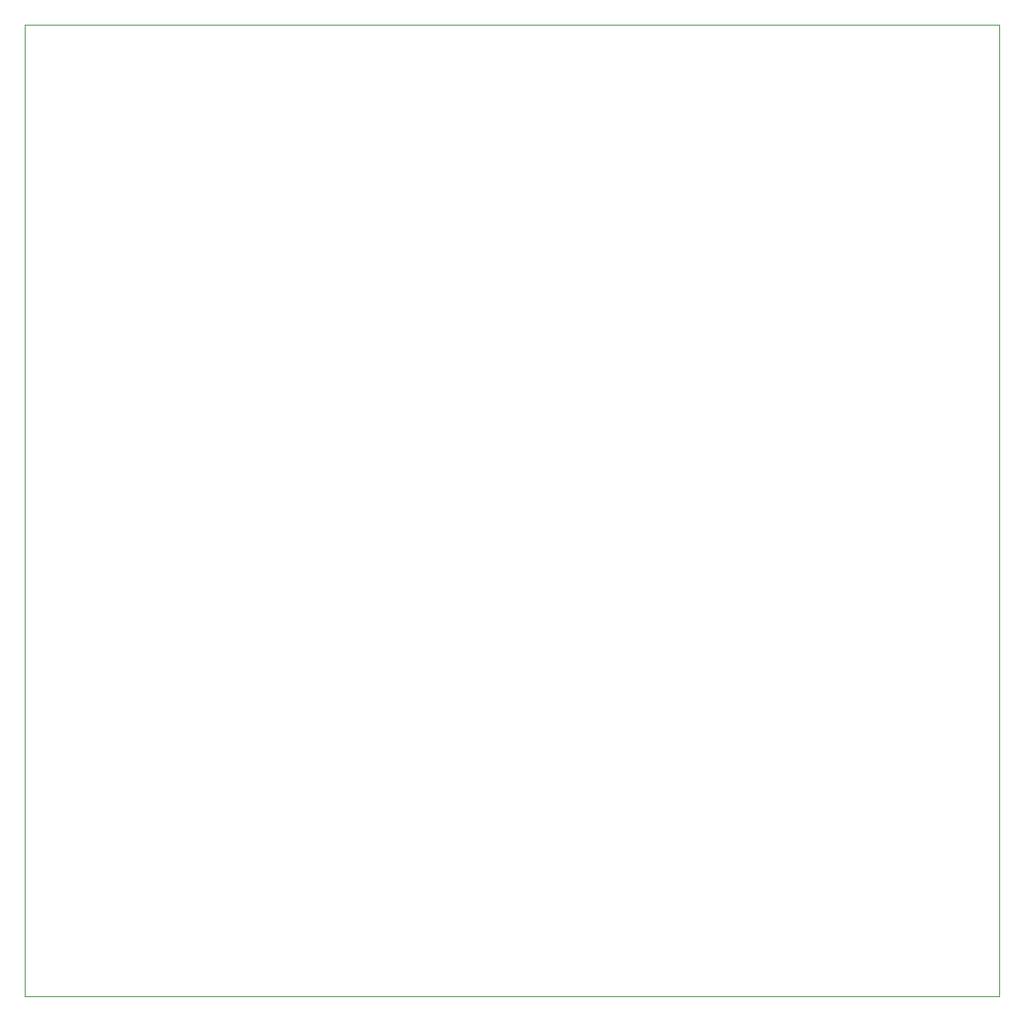
<source format=gbr>
%TF.GenerationSoftware,KiCad,Pcbnew,5.1.6-c6e7f7d~87~ubuntu19.10.1*%
%TF.CreationDate,2021-01-18T21:02:38-03:00*%
%TF.ProjectId,VLTUnivesp,564c5455-6e69-4766-9573-702e6b696361,rev?*%
%TF.SameCoordinates,Original*%
%TF.FileFunction,Profile,NP*%
%FSLAX46Y46*%
G04 Gerber Fmt 4.6, Leading zero omitted, Abs format (unit mm)*
G04 Created by KiCad (PCBNEW 5.1.6-c6e7f7d~87~ubuntu19.10.1) date 2021-01-18 21:02:38*
%MOMM*%
%LPD*%
G01*
G04 APERTURE LIST*
%TA.AperFunction,Profile*%
%ADD10C,0.100000*%
%TD*%
G04 APERTURE END LIST*
D10*
X143550000Y-152350000D02*
X143550000Y-52600000D01*
X43550000Y-152350000D02*
X143550000Y-152350000D01*
X43550000Y-52600000D02*
X43550000Y-152350000D01*
X43550000Y-52600000D02*
X143550000Y-52600000D01*
M02*

</source>
